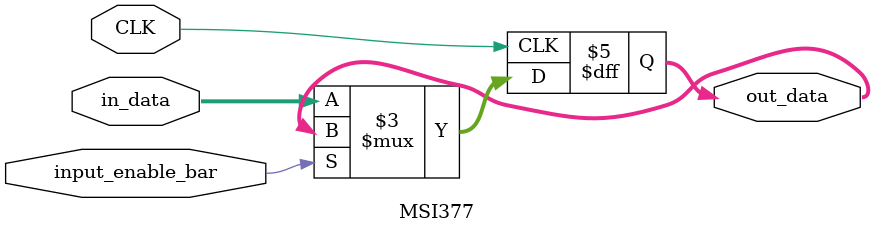
<source format=v>
module MSI377 (CLK, input_enable_bar, in_data, out_data);
	
	input	CLK, input_enable_bar;
	input	[7:0] in_data;
	output	[7:0] out_data;
	reg		[7:0] out_data;
	
	always @(posedge CLK) begin 
		if (!input_enable_bar) out_data <= in_data; 
	end
	
endmodule
</source>
